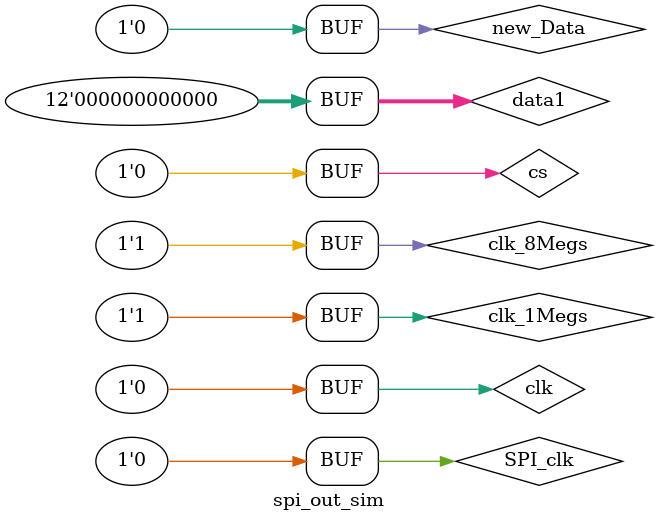
<source format=v>
`timescale 1ns / 1ps


module spi_out_sim;

	// Inputs
	reg [11:0] data1;
	reg new_Data;
	reg clk;
	reg SPI_clk;
	reg cs;
	reg clk_8Megs;
	reg clk_1Megs;
	
	//clocks
	//sys clock
	always
	begin
		clk_8Megs = 0;
		#125; //125ns delay
		clk_8Megs = 1;
		#125;
	end

	//spi clock
	always
	begin
		clk_1Megs = 0;
		#1000;
		clk_1Megs = 1;
		#1000;
	end
	
	
	// Outputs
	wire MISO;

	// Instantiate the Unit Under Test (UUT)
	SPI_to_USB uut (
		.data1(data1), 
		.new_Data(new_Data), 
		.clk(clk_8Megs), 
		.SPI_clk(clk_1Megs), 
		.cs(cs), 
		.MISO(MISO)
	);
	

		
	initial begin
		// Initialize Inputs
		data1 = 0;
		new_Data = 0;
		clk = 0;
		SPI_clk = 0;
		cs = 0;

		// Wait 100 ns for global reset to finish
		#100;
		
        
		// Add stimulus here

	end
      
endmodule


</source>
